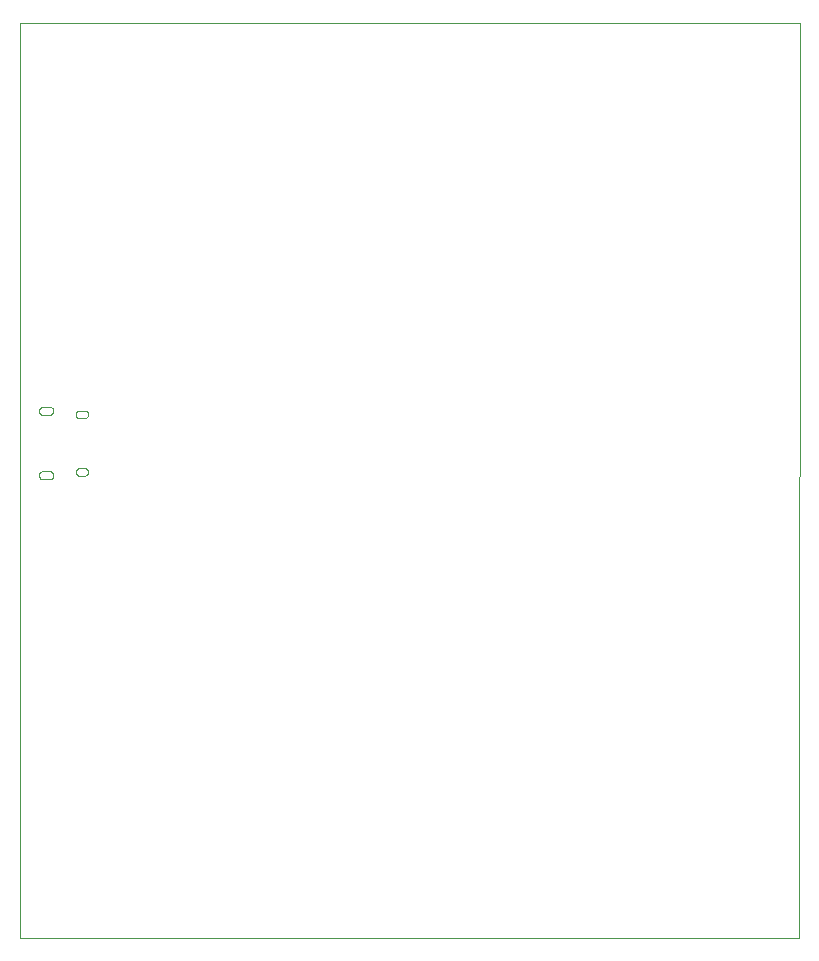
<source format=gko>
G75*
%MOIN*%
%OFA0B0*%
%FSLAX25Y25*%
%IPPOS*%
%LPD*%
%AMOC8*
5,1,8,0,0,1.08239X$1,22.5*
%
%ADD10C,0.00000*%
%ADD11C,0.00079*%
D10*
X0398333Y0001400D02*
X0398333Y0306400D01*
X0658333Y0306400D01*
X0658255Y0001400D01*
X0398333Y0001400D01*
D11*
X0406030Y0154274D02*
X0408392Y0154274D01*
X0408463Y0154284D01*
X0408532Y0154298D01*
X0408601Y0154316D01*
X0408669Y0154337D01*
X0408736Y0154362D01*
X0408801Y0154391D01*
X0408865Y0154423D01*
X0408926Y0154458D01*
X0408986Y0154496D01*
X0409044Y0154538D01*
X0409099Y0154583D01*
X0409153Y0154630D01*
X0409203Y0154680D01*
X0409251Y0154733D01*
X0409296Y0154788D01*
X0409337Y0154846D01*
X0409376Y0154905D01*
X0409412Y0154967D01*
X0409444Y0155030D01*
X0409473Y0155096D01*
X0409498Y0155162D01*
X0409520Y0155230D01*
X0409538Y0155299D01*
X0409553Y0155368D01*
X0409563Y0155438D01*
X0409570Y0155509D01*
X0409574Y0155580D01*
X0409573Y0155651D01*
X0409573Y0155652D02*
X0409574Y0155723D01*
X0409570Y0155794D01*
X0409563Y0155865D01*
X0409553Y0155935D01*
X0409538Y0156004D01*
X0409520Y0156073D01*
X0409498Y0156141D01*
X0409473Y0156207D01*
X0409444Y0156273D01*
X0409412Y0156336D01*
X0409376Y0156398D01*
X0409337Y0156457D01*
X0409296Y0156515D01*
X0409251Y0156570D01*
X0409203Y0156623D01*
X0409153Y0156673D01*
X0409099Y0156720D01*
X0409044Y0156765D01*
X0408986Y0156807D01*
X0408926Y0156845D01*
X0408865Y0156880D01*
X0408801Y0156912D01*
X0408736Y0156941D01*
X0408669Y0156966D01*
X0408601Y0156987D01*
X0408532Y0157005D01*
X0408463Y0157019D01*
X0408392Y0157029D01*
X0408392Y0157030D02*
X0406030Y0157030D01*
X0406031Y0157029D02*
X0405960Y0157019D01*
X0405891Y0157005D01*
X0405822Y0156987D01*
X0405754Y0156966D01*
X0405687Y0156941D01*
X0405622Y0156912D01*
X0405558Y0156880D01*
X0405497Y0156845D01*
X0405437Y0156807D01*
X0405379Y0156765D01*
X0405324Y0156720D01*
X0405270Y0156673D01*
X0405220Y0156623D01*
X0405172Y0156570D01*
X0405127Y0156515D01*
X0405086Y0156457D01*
X0405047Y0156398D01*
X0405011Y0156336D01*
X0404979Y0156273D01*
X0404950Y0156207D01*
X0404925Y0156141D01*
X0404903Y0156073D01*
X0404885Y0156004D01*
X0404870Y0155935D01*
X0404860Y0155865D01*
X0404853Y0155794D01*
X0404849Y0155723D01*
X0404850Y0155652D01*
X0404850Y0155651D02*
X0404849Y0155580D01*
X0404853Y0155509D01*
X0404860Y0155438D01*
X0404870Y0155368D01*
X0404885Y0155299D01*
X0404903Y0155230D01*
X0404925Y0155162D01*
X0404950Y0155096D01*
X0404979Y0155030D01*
X0405011Y0154967D01*
X0405047Y0154905D01*
X0405086Y0154846D01*
X0405127Y0154788D01*
X0405172Y0154733D01*
X0405220Y0154680D01*
X0405270Y0154630D01*
X0405324Y0154583D01*
X0405379Y0154538D01*
X0405437Y0154496D01*
X0405497Y0154458D01*
X0405558Y0154423D01*
X0405622Y0154391D01*
X0405687Y0154362D01*
X0405754Y0154337D01*
X0405822Y0154316D01*
X0405891Y0154298D01*
X0405960Y0154284D01*
X0406031Y0154274D01*
X0418353Y0155554D02*
X0419928Y0155554D01*
X0419928Y0155553D02*
X0419997Y0155555D01*
X0420066Y0155561D01*
X0420135Y0155570D01*
X0420203Y0155583D01*
X0420270Y0155600D01*
X0420337Y0155620D01*
X0420402Y0155644D01*
X0420465Y0155671D01*
X0420528Y0155702D01*
X0420588Y0155736D01*
X0420646Y0155774D01*
X0420703Y0155814D01*
X0420757Y0155857D01*
X0420808Y0155904D01*
X0420857Y0155953D01*
X0420904Y0156004D01*
X0420947Y0156058D01*
X0420987Y0156115D01*
X0421025Y0156173D01*
X0421059Y0156233D01*
X0421090Y0156296D01*
X0421117Y0156359D01*
X0421141Y0156424D01*
X0421161Y0156491D01*
X0421178Y0156558D01*
X0421191Y0156626D01*
X0421200Y0156695D01*
X0421206Y0156764D01*
X0421208Y0156833D01*
X0421207Y0156903D01*
X0421202Y0156972D01*
X0421194Y0157041D01*
X0421182Y0157110D01*
X0421166Y0157177D01*
X0421146Y0157244D01*
X0421122Y0157310D01*
X0421095Y0157374D01*
X0421065Y0157436D01*
X0421031Y0157497D01*
X0420994Y0157556D01*
X0420953Y0157613D01*
X0420910Y0157667D01*
X0420863Y0157719D01*
X0420814Y0157768D01*
X0420762Y0157815D01*
X0420708Y0157858D01*
X0420651Y0157899D01*
X0420592Y0157936D01*
X0420531Y0157970D01*
X0420469Y0158000D01*
X0420405Y0158027D01*
X0420339Y0158051D01*
X0420272Y0158071D01*
X0420205Y0158087D01*
X0420136Y0158099D01*
X0420067Y0158107D01*
X0419998Y0158112D01*
X0419928Y0158113D01*
X0418353Y0158113D01*
X0418281Y0158108D01*
X0418209Y0158099D01*
X0418138Y0158086D01*
X0418067Y0158069D01*
X0417998Y0158049D01*
X0417930Y0158024D01*
X0417863Y0157997D01*
X0417798Y0157965D01*
X0417734Y0157930D01*
X0417673Y0157892D01*
X0417614Y0157851D01*
X0417557Y0157806D01*
X0417502Y0157758D01*
X0417451Y0157708D01*
X0417402Y0157654D01*
X0417356Y0157599D01*
X0417313Y0157540D01*
X0417273Y0157480D01*
X0417237Y0157417D01*
X0417204Y0157353D01*
X0417174Y0157287D01*
X0417149Y0157219D01*
X0417126Y0157150D01*
X0417108Y0157080D01*
X0417094Y0157009D01*
X0417083Y0156938D01*
X0417076Y0156866D01*
X0417073Y0156793D01*
X0417074Y0156793D02*
X0417072Y0156726D01*
X0417074Y0156659D01*
X0417080Y0156592D01*
X0417090Y0156525D01*
X0417103Y0156459D01*
X0417120Y0156394D01*
X0417141Y0156330D01*
X0417166Y0156268D01*
X0417194Y0156206D01*
X0417226Y0156147D01*
X0417260Y0156089D01*
X0417298Y0156034D01*
X0417340Y0155981D01*
X0417384Y0155930D01*
X0417431Y0155882D01*
X0417480Y0155836D01*
X0417533Y0155794D01*
X0417587Y0155754D01*
X0417644Y0155718D01*
X0417702Y0155685D01*
X0417763Y0155655D01*
X0417825Y0155629D01*
X0417888Y0155607D01*
X0417953Y0155588D01*
X0418018Y0155572D01*
X0418085Y0155561D01*
X0418151Y0155553D01*
X0418219Y0155549D01*
X0418286Y0155549D01*
X0418353Y0155553D01*
X0418353Y0174687D02*
X0419928Y0174687D01*
X0419997Y0174689D01*
X0420066Y0174695D01*
X0420135Y0174704D01*
X0420203Y0174717D01*
X0420270Y0174734D01*
X0420337Y0174754D01*
X0420402Y0174778D01*
X0420465Y0174805D01*
X0420528Y0174836D01*
X0420588Y0174870D01*
X0420646Y0174908D01*
X0420703Y0174948D01*
X0420757Y0174991D01*
X0420808Y0175038D01*
X0420857Y0175087D01*
X0420904Y0175138D01*
X0420947Y0175192D01*
X0420987Y0175249D01*
X0421025Y0175307D01*
X0421059Y0175367D01*
X0421090Y0175430D01*
X0421117Y0175493D01*
X0421141Y0175558D01*
X0421161Y0175625D01*
X0421178Y0175692D01*
X0421191Y0175760D01*
X0421200Y0175829D01*
X0421206Y0175898D01*
X0421208Y0175967D01*
X0421207Y0176037D01*
X0421202Y0176106D01*
X0421194Y0176175D01*
X0421182Y0176244D01*
X0421166Y0176311D01*
X0421146Y0176378D01*
X0421122Y0176444D01*
X0421095Y0176508D01*
X0421065Y0176570D01*
X0421031Y0176631D01*
X0420994Y0176690D01*
X0420953Y0176747D01*
X0420910Y0176801D01*
X0420863Y0176853D01*
X0420814Y0176902D01*
X0420762Y0176949D01*
X0420708Y0176992D01*
X0420651Y0177033D01*
X0420592Y0177070D01*
X0420531Y0177104D01*
X0420469Y0177134D01*
X0420405Y0177161D01*
X0420339Y0177185D01*
X0420272Y0177205D01*
X0420205Y0177221D01*
X0420136Y0177233D01*
X0420067Y0177241D01*
X0419998Y0177246D01*
X0419928Y0177247D01*
X0419928Y0177246D02*
X0418353Y0177246D01*
X0418353Y0177247D02*
X0418281Y0177242D01*
X0418209Y0177233D01*
X0418138Y0177220D01*
X0418067Y0177203D01*
X0417998Y0177183D01*
X0417930Y0177158D01*
X0417863Y0177131D01*
X0417798Y0177099D01*
X0417734Y0177064D01*
X0417673Y0177026D01*
X0417614Y0176985D01*
X0417557Y0176940D01*
X0417502Y0176892D01*
X0417451Y0176842D01*
X0417402Y0176788D01*
X0417356Y0176733D01*
X0417313Y0176674D01*
X0417273Y0176614D01*
X0417237Y0176551D01*
X0417204Y0176487D01*
X0417174Y0176421D01*
X0417149Y0176353D01*
X0417126Y0176284D01*
X0417108Y0176214D01*
X0417094Y0176143D01*
X0417083Y0176072D01*
X0417076Y0176000D01*
X0417073Y0175927D01*
X0417074Y0175927D02*
X0417072Y0175860D01*
X0417074Y0175793D01*
X0417080Y0175726D01*
X0417090Y0175659D01*
X0417103Y0175593D01*
X0417120Y0175528D01*
X0417141Y0175464D01*
X0417166Y0175402D01*
X0417194Y0175340D01*
X0417226Y0175281D01*
X0417260Y0175223D01*
X0417298Y0175168D01*
X0417340Y0175115D01*
X0417384Y0175064D01*
X0417431Y0175016D01*
X0417480Y0174970D01*
X0417533Y0174928D01*
X0417587Y0174888D01*
X0417644Y0174852D01*
X0417702Y0174819D01*
X0417763Y0174789D01*
X0417825Y0174763D01*
X0417888Y0174741D01*
X0417953Y0174722D01*
X0418018Y0174706D01*
X0418085Y0174695D01*
X0418151Y0174687D01*
X0418219Y0174683D01*
X0418286Y0174683D01*
X0418353Y0174687D01*
X0408392Y0175770D02*
X0406030Y0175770D01*
X0406031Y0175771D02*
X0405960Y0175781D01*
X0405891Y0175795D01*
X0405822Y0175813D01*
X0405754Y0175834D01*
X0405687Y0175859D01*
X0405622Y0175888D01*
X0405558Y0175920D01*
X0405497Y0175955D01*
X0405437Y0175993D01*
X0405379Y0176035D01*
X0405324Y0176080D01*
X0405270Y0176127D01*
X0405220Y0176177D01*
X0405172Y0176230D01*
X0405127Y0176285D01*
X0405086Y0176343D01*
X0405047Y0176402D01*
X0405011Y0176464D01*
X0404979Y0176527D01*
X0404950Y0176593D01*
X0404925Y0176659D01*
X0404903Y0176727D01*
X0404885Y0176796D01*
X0404870Y0176865D01*
X0404860Y0176935D01*
X0404853Y0177006D01*
X0404849Y0177077D01*
X0404850Y0177148D01*
X0404850Y0177149D02*
X0404849Y0177220D01*
X0404853Y0177291D01*
X0404860Y0177362D01*
X0404870Y0177432D01*
X0404885Y0177501D01*
X0404903Y0177570D01*
X0404925Y0177638D01*
X0404950Y0177704D01*
X0404979Y0177770D01*
X0405011Y0177833D01*
X0405047Y0177895D01*
X0405086Y0177954D01*
X0405127Y0178012D01*
X0405172Y0178067D01*
X0405220Y0178120D01*
X0405270Y0178170D01*
X0405324Y0178217D01*
X0405379Y0178262D01*
X0405437Y0178304D01*
X0405497Y0178342D01*
X0405558Y0178377D01*
X0405622Y0178409D01*
X0405687Y0178438D01*
X0405754Y0178463D01*
X0405822Y0178484D01*
X0405891Y0178502D01*
X0405960Y0178516D01*
X0406031Y0178526D01*
X0406030Y0178526D02*
X0408392Y0178526D01*
X0408463Y0178516D01*
X0408532Y0178502D01*
X0408601Y0178484D01*
X0408669Y0178463D01*
X0408736Y0178438D01*
X0408801Y0178409D01*
X0408865Y0178377D01*
X0408926Y0178342D01*
X0408986Y0178304D01*
X0409044Y0178262D01*
X0409099Y0178217D01*
X0409153Y0178170D01*
X0409203Y0178120D01*
X0409251Y0178067D01*
X0409296Y0178012D01*
X0409337Y0177954D01*
X0409376Y0177895D01*
X0409412Y0177833D01*
X0409444Y0177770D01*
X0409473Y0177704D01*
X0409498Y0177638D01*
X0409520Y0177570D01*
X0409538Y0177501D01*
X0409553Y0177432D01*
X0409563Y0177362D01*
X0409570Y0177291D01*
X0409574Y0177220D01*
X0409573Y0177149D01*
X0409573Y0177148D02*
X0409574Y0177077D01*
X0409570Y0177006D01*
X0409563Y0176935D01*
X0409553Y0176865D01*
X0409538Y0176796D01*
X0409520Y0176727D01*
X0409498Y0176659D01*
X0409473Y0176593D01*
X0409444Y0176527D01*
X0409412Y0176464D01*
X0409376Y0176402D01*
X0409337Y0176343D01*
X0409296Y0176285D01*
X0409251Y0176230D01*
X0409203Y0176177D01*
X0409153Y0176127D01*
X0409099Y0176080D01*
X0409044Y0176035D01*
X0408986Y0175993D01*
X0408926Y0175955D01*
X0408865Y0175920D01*
X0408801Y0175888D01*
X0408736Y0175859D01*
X0408669Y0175834D01*
X0408601Y0175813D01*
X0408532Y0175795D01*
X0408463Y0175781D01*
X0408392Y0175771D01*
M02*

</source>
